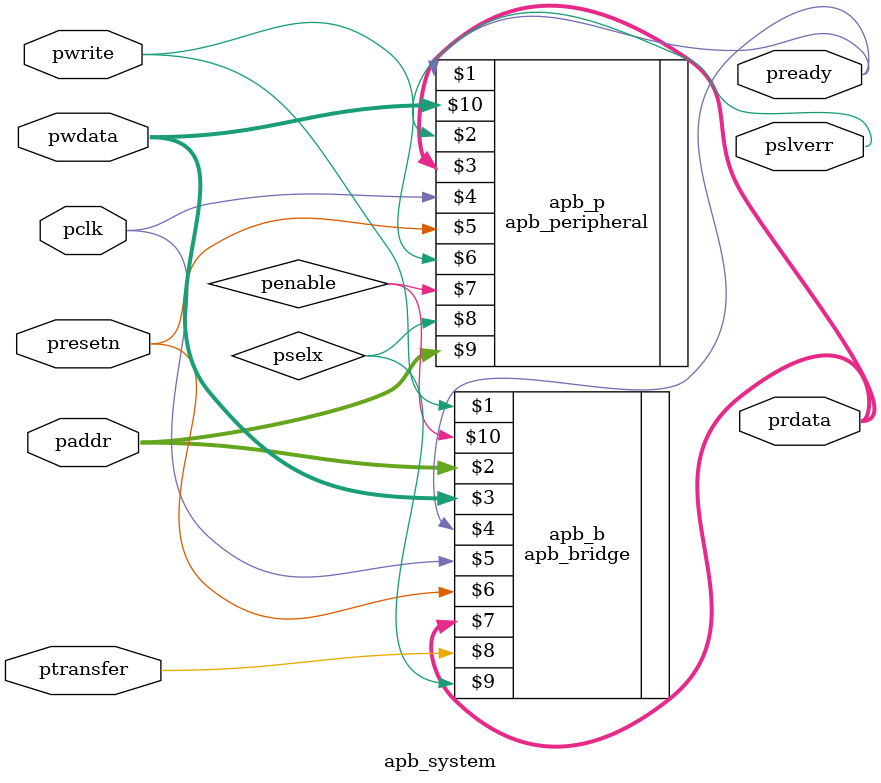
<source format=sv>

`timescale 1ns/1ps

module apb_system(
    input pwrite,pclk,ptransfer,presetn,
    input [31:0] paddr, pwdata,
    output [31:0] prdata,
    output pready,pslverr
    );
    wire penable,pselx;
    apb_peripheral apb_p (pready,pslverr,prdata,pclk,presetn,pwrite,penable,pselx,paddr,pwdata);
    apb_bridge apb_b (pwrite,paddr,pwdata,pready,pclk,presetn,prdata,ptransfer,pselx,penable);
endmodule


</source>
